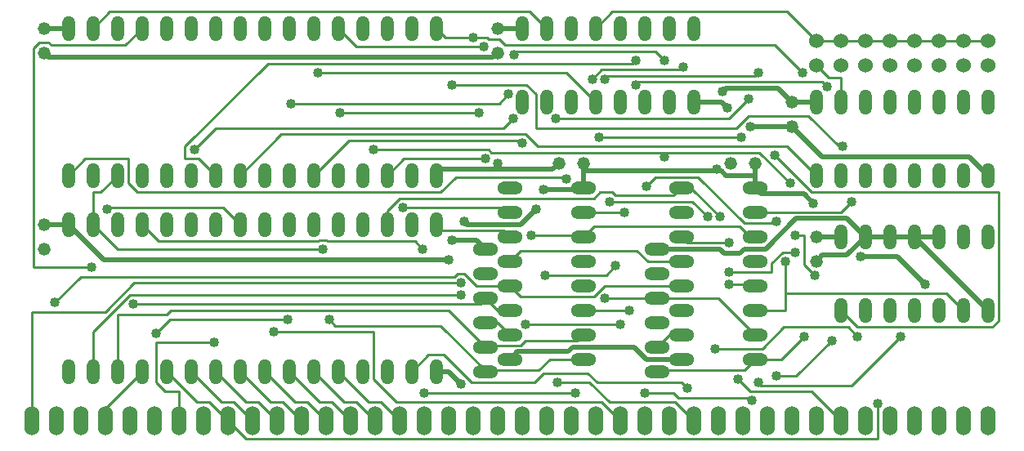
<source format=gbr>
G04 #@! TF.GenerationSoftware,KiCad,Pcbnew,5.1.2*
G04 #@! TF.CreationDate,2020-10-23T15:14:38+02:00*
G04 #@! TF.ProjectId,2fe143d13a9057f7874dd1e763167673,32666531-3433-4643-9133-613930353766,rev?*
G04 #@! TF.SameCoordinates,Original*
G04 #@! TF.FileFunction,Copper,L1,Top*
G04 #@! TF.FilePolarity,Positive*
%FSLAX46Y46*%
G04 Gerber Fmt 4.6, Leading zero omitted, Abs format (unit mm)*
G04 Created by KiCad (PCBNEW 5.1.2) date 2020-10-23 15:14:38*
%MOMM*%
%LPD*%
G04 APERTURE LIST*
%ADD10O,1.524000X3.048000*%
%ADD11C,1.320800*%
%ADD12O,1.320800X2.641600*%
%ADD13O,2.641600X1.320800*%
%ADD14C,1.524000*%
%ADD15C,1.016000*%
%ADD16C,0.508000*%
%ADD17C,0.254000*%
G04 APERTURE END LIST*
D10*
X149301100Y-125318600D03*
X151841100Y-125318600D03*
X154381100Y-125318600D03*
X156921100Y-125318600D03*
X159461100Y-125318600D03*
X162001100Y-125318600D03*
X164541100Y-125318600D03*
X167081100Y-125318600D03*
X169621100Y-125318600D03*
X172161100Y-125318600D03*
X174701100Y-125318600D03*
X177241100Y-125318600D03*
X179781100Y-125318600D03*
X182321100Y-125318600D03*
X184861100Y-125318600D03*
X187401100Y-125318600D03*
X189941100Y-125318600D03*
X192481100Y-125318600D03*
X195021100Y-125318600D03*
X197561100Y-125318600D03*
X103581100Y-125318600D03*
X98501100Y-125318600D03*
X101041100Y-125318600D03*
X106121100Y-125318600D03*
X108661100Y-125318600D03*
X111201100Y-125318600D03*
X113741100Y-125318600D03*
X116281100Y-125318600D03*
X118821100Y-125318600D03*
X121361100Y-125318600D03*
X123901100Y-125318600D03*
X126441100Y-125318600D03*
X128981100Y-125318600D03*
X131521100Y-125318600D03*
X134061100Y-125318600D03*
X136601100Y-125318600D03*
X139141100Y-125318600D03*
X141681100Y-125318600D03*
X144221100Y-125318600D03*
X146761100Y-125318600D03*
D11*
X99771100Y-87218600D03*
X99771100Y-84678600D03*
X99771100Y-107538600D03*
X99771100Y-104998600D03*
X146761100Y-87218600D03*
X146761100Y-84678600D03*
X153111100Y-98648600D03*
X155651100Y-98648600D03*
X170891100Y-98648600D03*
X173431100Y-98648600D03*
D12*
X102311100Y-104998600D03*
X104851100Y-104998600D03*
X107391100Y-104998600D03*
X109931100Y-104998600D03*
X112471100Y-104998600D03*
X115011100Y-104998600D03*
X117551100Y-104998600D03*
X120091100Y-104998600D03*
X122631100Y-104998600D03*
X125171100Y-104998600D03*
X127711100Y-104998600D03*
X130251100Y-104998600D03*
X132791100Y-104998600D03*
X135331100Y-104998600D03*
X137871100Y-104998600D03*
X140411100Y-104998600D03*
X140411100Y-120238600D03*
X137871100Y-120238600D03*
X135331100Y-120238600D03*
X132791100Y-120238600D03*
X130251100Y-120238600D03*
X127711100Y-120238600D03*
X125171100Y-120238600D03*
X122631100Y-120238600D03*
X112471100Y-120238600D03*
X115011100Y-120238600D03*
X109931100Y-120238600D03*
X107391100Y-120238600D03*
X120091100Y-120238600D03*
X117551100Y-120238600D03*
X104851100Y-120238600D03*
X102311100Y-120238600D03*
X102311100Y-84678600D03*
X104851100Y-84678600D03*
X107391100Y-84678600D03*
X109931100Y-84678600D03*
X112471100Y-84678600D03*
X115011100Y-84678600D03*
X117551100Y-84678600D03*
X120091100Y-84678600D03*
X122631100Y-84678600D03*
X125171100Y-84678600D03*
X127711100Y-84678600D03*
X130251100Y-84678600D03*
X132791100Y-84678600D03*
X135331100Y-84678600D03*
X137871100Y-84678600D03*
X140411100Y-84678600D03*
X140411100Y-99918600D03*
X137871100Y-99918600D03*
X135331100Y-99918600D03*
X132791100Y-99918600D03*
X130251100Y-99918600D03*
X127711100Y-99918600D03*
X125171100Y-99918600D03*
X122631100Y-99918600D03*
X112471100Y-99918600D03*
X115011100Y-99918600D03*
X109931100Y-99918600D03*
X107391100Y-99918600D03*
X120091100Y-99918600D03*
X117551100Y-99918600D03*
X104851100Y-99918600D03*
X102311100Y-99918600D03*
D13*
X155651100Y-101188600D03*
X155651100Y-103728600D03*
X155651100Y-106268600D03*
X155651100Y-108808600D03*
X155651100Y-111348600D03*
X155651100Y-113888600D03*
X155651100Y-116428600D03*
X155651100Y-118968600D03*
X148031100Y-111348600D03*
X148031100Y-113888600D03*
X148031100Y-108808600D03*
X148031100Y-106268600D03*
X148031100Y-118968600D03*
X148031100Y-116428600D03*
X148031100Y-103728600D03*
X148031100Y-101188600D03*
X173431100Y-101188600D03*
X173431100Y-103728600D03*
X173431100Y-106268600D03*
X173431100Y-108808600D03*
X173431100Y-111348600D03*
X173431100Y-113888600D03*
X173431100Y-116428600D03*
X173431100Y-118968600D03*
X165811100Y-111348600D03*
X165811100Y-113888600D03*
X165811100Y-108808600D03*
X165811100Y-106268600D03*
X165811100Y-118968600D03*
X165811100Y-116428600D03*
X165811100Y-103728600D03*
X165811100Y-101188600D03*
D12*
X149301100Y-84678600D03*
X151841100Y-84678600D03*
X154381100Y-84678600D03*
X156921100Y-84678600D03*
X159461100Y-84678600D03*
X162001100Y-84678600D03*
X164541100Y-84678600D03*
X167081100Y-84678600D03*
X159461100Y-92298600D03*
X162001100Y-92298600D03*
X156921100Y-92298600D03*
X154381100Y-92298600D03*
X167081100Y-92298600D03*
X164541100Y-92298600D03*
X151841100Y-92298600D03*
X149301100Y-92298600D03*
X179781100Y-92298600D03*
X182321100Y-92298600D03*
X184861100Y-92298600D03*
X187401100Y-92298600D03*
X189941100Y-92298600D03*
X192481100Y-92298600D03*
X195021100Y-92298600D03*
X197561100Y-92298600D03*
X189941100Y-99918600D03*
X192481100Y-99918600D03*
X187401100Y-99918600D03*
X184861100Y-99918600D03*
X197561100Y-99918600D03*
X195021100Y-99918600D03*
X182321100Y-99918600D03*
X179781100Y-99918600D03*
X182321100Y-106268600D03*
X184861100Y-106268600D03*
X187401100Y-106268600D03*
X189941100Y-106268600D03*
X192481100Y-106268600D03*
X195021100Y-106268600D03*
X192481100Y-113888600D03*
X195021100Y-113888600D03*
X189941100Y-113888600D03*
X187401100Y-113888600D03*
X197561100Y-106268600D03*
X197561100Y-113888600D03*
X184861100Y-113888600D03*
X182321100Y-113888600D03*
D14*
X179781100Y-88488600D03*
X182321100Y-88488600D03*
X179781100Y-85948600D03*
X182321100Y-85948600D03*
X184861100Y-88488600D03*
X187401100Y-88488600D03*
X189941100Y-88488600D03*
X192481100Y-88488600D03*
X195021100Y-88488600D03*
X197561100Y-88488600D03*
X184861100Y-85948600D03*
X187401100Y-85948600D03*
X189941100Y-85948600D03*
X192481100Y-85948600D03*
X195021100Y-85948600D03*
X197561100Y-85948600D03*
D11*
X177241100Y-94838600D03*
X177241100Y-92298600D03*
D13*
X163271100Y-120238600D03*
X163271100Y-117698600D03*
X163271100Y-115158600D03*
X163271100Y-112618600D03*
X163271100Y-110078600D03*
X163271100Y-107538600D03*
X145491100Y-120238600D03*
X145491100Y-117698600D03*
X145491100Y-115158600D03*
X145491100Y-112618600D03*
X145491100Y-110078600D03*
X145491100Y-107538600D03*
D11*
X179781100Y-108808600D03*
X179781100Y-106268600D03*
D15*
X170573600Y-92933600D03*
X172954850Y-94838600D03*
X141998600Y-106586100D03*
X146761100Y-98648600D03*
X142951100Y-121508600D03*
X142951100Y-111031100D03*
X100882350Y-113094850D03*
X106279850Y-103411100D03*
X111359850Y-116269850D03*
X125012350Y-114841100D03*
X117392350Y-117222350D03*
X186131100Y-123572350D03*
X172796100Y-91981100D03*
X152793600Y-94044850D03*
X148348600Y-94044850D03*
X115328600Y-97219850D03*
X180892350Y-90711100D03*
X161048600Y-90552350D03*
X161048600Y-88012350D03*
X147872350Y-91504850D03*
X125329850Y-92457350D03*
X149301100Y-96584850D03*
X172002350Y-95949850D03*
X157238600Y-95949850D03*
X150253600Y-106109850D03*
X144856100Y-93409850D03*
X130409850Y-93409850D03*
X191052350Y-111189850D03*
X184384850Y-108332350D03*
X170097350Y-91187350D03*
X169462350Y-99283600D03*
X179463600Y-102776100D03*
X141681100Y-108649850D03*
X151523600Y-101347350D03*
X150729850Y-103411100D03*
X143268600Y-104681100D03*
X123583600Y-116111100D03*
X154857350Y-122461100D03*
X139141100Y-122461100D03*
X138982350Y-107538600D03*
X188512350Y-116587350D03*
X173748600Y-121349850D03*
X159937350Y-103728600D03*
X184067350Y-116587350D03*
X169303600Y-117857350D03*
X149618600Y-115317350D03*
X159461100Y-115317350D03*
X145491100Y-98172350D03*
X152952350Y-121349850D03*
X136918600Y-103252350D03*
X166446100Y-121984850D03*
X144221100Y-85631100D03*
X178352350Y-89282350D03*
X141998600Y-90552350D03*
X182479850Y-96902350D03*
X183432350Y-102617350D03*
X177558600Y-107856100D03*
X170732350Y-109919850D03*
X169779850Y-104204850D03*
X164064850Y-98013600D03*
X133902350Y-97219850D03*
X179622350Y-110237350D03*
X177558600Y-106109850D03*
X177082350Y-100712350D03*
X170732350Y-106903600D03*
X171684850Y-121032350D03*
X145332350Y-86583600D03*
X148507350Y-87377350D03*
X164064850Y-88012350D03*
X104692350Y-109443600D03*
X128663600Y-107538600D03*
X129298600Y-114841100D03*
X142951100Y-112301100D03*
X108978600Y-113253600D03*
X157873600Y-112618600D03*
X153904850Y-100236100D03*
X128187350Y-89282350D03*
X170732350Y-111189850D03*
X168509850Y-104204850D03*
X158349850Y-102617350D03*
X157873600Y-89917350D03*
X173748600Y-89282350D03*
X178511100Y-116587350D03*
X156603600Y-89917350D03*
X165969850Y-88647350D03*
X181368600Y-117063600D03*
X175653600Y-120714850D03*
X173113600Y-123254850D03*
X162001100Y-122461100D03*
X160413600Y-113888600D03*
X162159850Y-101029850D03*
X175653600Y-104681100D03*
X176606100Y-108808600D03*
X175494850Y-97854850D03*
X158984850Y-109284850D03*
X151682350Y-110237350D03*
D16*
X148824850Y-118174850D02*
X148031100Y-118968600D01*
X154063600Y-118174850D02*
X148824850Y-118174850D01*
X154539850Y-117698600D02*
X154063600Y-118174850D01*
X160889850Y-117698600D02*
X154539850Y-117698600D01*
X162159850Y-118968600D02*
X160889850Y-117698600D01*
X165811100Y-118968600D02*
X162159850Y-118968600D01*
X169938600Y-92298600D02*
X170573600Y-92933600D01*
X167081100Y-92298600D02*
X169938600Y-92298600D01*
X180416100Y-108173600D02*
X179781100Y-108808600D01*
X182956100Y-108173600D02*
X180416100Y-108173600D01*
X184861100Y-106268600D02*
X182956100Y-108173600D01*
X184861100Y-106268600D02*
X187401100Y-106268600D01*
X187401100Y-106268600D02*
X189941100Y-106268600D01*
X189941100Y-106268600D02*
X192481100Y-106268600D01*
X189941100Y-106268600D02*
X197561100Y-113888600D01*
X180416100Y-98013600D02*
X177241100Y-94838600D01*
X195656100Y-98013600D02*
X180416100Y-98013600D01*
X197561100Y-99918600D02*
X195656100Y-98013600D01*
X177241100Y-94838600D02*
X172954850Y-94838600D01*
X169779850Y-107538600D02*
X163271100Y-107538600D01*
X170256100Y-108014850D02*
X169779850Y-107538600D01*
X171843600Y-108014850D02*
X170256100Y-108014850D01*
X172319850Y-107538600D02*
X171843600Y-108014850D01*
X174542350Y-107538600D02*
X172319850Y-107538600D01*
X177717350Y-104363600D02*
X174542350Y-107538600D01*
X182956100Y-104363600D02*
X177717350Y-104363600D01*
X184861100Y-106268600D02*
X182956100Y-104363600D01*
X141046100Y-99283600D02*
X140411100Y-99918600D01*
X152476100Y-99283600D02*
X146761100Y-99283600D01*
X146761100Y-99283600D02*
X141046100Y-99283600D01*
X153111100Y-98648600D02*
X152476100Y-99283600D01*
X144538600Y-106586100D02*
X145491100Y-107538600D01*
X141998600Y-106586100D02*
X144538600Y-106586100D01*
X146761100Y-99283600D02*
X146761100Y-98648600D01*
X100247350Y-87694850D02*
X99771100Y-87218600D01*
X146284850Y-87694850D02*
X100247350Y-87694850D01*
X146761100Y-87218600D02*
X146284850Y-87694850D01*
X141681100Y-120238600D02*
X142951100Y-121508600D01*
X140411100Y-120238600D02*
X141681100Y-120238600D01*
D17*
X149142350Y-107697350D02*
X148031100Y-108808600D01*
X161207350Y-107697350D02*
X149142350Y-107697350D01*
X162318600Y-108808600D02*
X161207350Y-107697350D01*
X165811100Y-108808600D02*
X162318600Y-108808600D01*
X98501100Y-114047350D02*
X98501100Y-125318600D01*
X106121100Y-114047350D02*
X98501100Y-114047350D01*
X109137350Y-111031100D02*
X106121100Y-114047350D01*
X142951100Y-111031100D02*
X109137350Y-111031100D01*
X149142350Y-112459850D02*
X148031100Y-111348600D01*
X156762350Y-112459850D02*
X149142350Y-112459850D01*
X157873600Y-111348600D02*
X156762350Y-112459850D01*
X165811100Y-111348600D02*
X157873600Y-111348600D01*
X103581100Y-110396100D02*
X100882350Y-113094850D01*
X142316100Y-110396100D02*
X103581100Y-110396100D01*
X142633600Y-110078600D02*
X142316100Y-110396100D01*
X143268600Y-110078600D02*
X142633600Y-110078600D01*
X144538600Y-111348600D02*
X143268600Y-110078600D01*
X148031100Y-111348600D02*
X144538600Y-111348600D01*
X106121100Y-124048600D02*
X109931100Y-120238600D01*
X106121100Y-125318600D02*
X106121100Y-124048600D01*
X106438600Y-103252350D02*
X106279850Y-103411100D01*
X118344850Y-103252350D02*
X106438600Y-103252350D01*
X120091100Y-104998600D02*
X118344850Y-103252350D01*
X112788600Y-114841100D02*
X111359850Y-116269850D01*
X125012350Y-114841100D02*
X112788600Y-114841100D01*
X113741100Y-122302350D02*
X113741100Y-125318600D01*
X112312350Y-122302350D02*
X113741100Y-122302350D01*
X111359850Y-121349850D02*
X112312350Y-122302350D01*
X111359850Y-117222350D02*
X111359850Y-121349850D01*
X117392350Y-117222350D02*
X111359850Y-117222350D01*
X115646100Y-123413600D02*
X112471100Y-120238600D01*
X116916100Y-123413600D02*
X115646100Y-123413600D01*
X118821100Y-125318600D02*
X116916100Y-123413600D01*
X186131100Y-127223600D02*
X186131100Y-123572350D01*
X120726100Y-127223600D02*
X186131100Y-127223600D01*
X118821100Y-125318600D02*
X120726100Y-127223600D01*
X118186100Y-123413600D02*
X115011100Y-120238600D01*
X119456100Y-123413600D02*
X118186100Y-123413600D01*
X121361100Y-125318600D02*
X119456100Y-123413600D01*
X170732350Y-94044850D02*
X172796100Y-91981100D01*
X152793600Y-94044850D02*
X170732350Y-94044850D01*
X147396100Y-94997350D02*
X148348600Y-94044850D01*
X117551100Y-94997350D02*
X147396100Y-94997350D01*
X115328600Y-97219850D02*
X117551100Y-94997350D01*
X120726100Y-123413600D02*
X117551100Y-120238600D01*
X121996100Y-123413600D02*
X120726100Y-123413600D01*
X123901100Y-125318600D02*
X121996100Y-123413600D01*
X180416100Y-90234850D02*
X180892350Y-90711100D01*
X161366100Y-90234850D02*
X180416100Y-90234850D01*
X161048600Y-90552350D02*
X161366100Y-90234850D01*
X160731100Y-88329850D02*
X161048600Y-88012350D01*
X122948600Y-88329850D02*
X160731100Y-88329850D01*
X114376100Y-96902350D02*
X122948600Y-88329850D01*
X114376100Y-98172350D02*
X114376100Y-96902350D01*
X115804850Y-98172350D02*
X114376100Y-98172350D01*
X117551100Y-99918600D02*
X115804850Y-98172350D01*
X123266100Y-123413600D02*
X120091100Y-120238600D01*
X124536100Y-123413600D02*
X123266100Y-123413600D01*
X126441100Y-125318600D02*
X124536100Y-123413600D01*
X176764850Y-96902350D02*
X179781100Y-99918600D01*
X150888600Y-96902350D02*
X176764850Y-96902350D01*
X149618600Y-95632350D02*
X150888600Y-96902350D01*
X124377350Y-95632350D02*
X149618600Y-95632350D01*
X120091100Y-99918600D02*
X124377350Y-95632350D01*
X125806100Y-123413600D02*
X122631100Y-120238600D01*
X127076100Y-123413600D02*
X125806100Y-123413600D01*
X128981100Y-125318600D02*
X127076100Y-123413600D01*
X128346100Y-123413600D02*
X125171100Y-120238600D01*
X129616100Y-123413600D02*
X128346100Y-123413600D01*
X131521100Y-125318600D02*
X129616100Y-123413600D01*
X146919850Y-92457350D02*
X147872350Y-91504850D01*
X125329850Y-92457350D02*
X146919850Y-92457350D01*
X130886100Y-123413600D02*
X127711100Y-120238600D01*
X132156100Y-123413600D02*
X130886100Y-123413600D01*
X134061100Y-125318600D02*
X132156100Y-123413600D01*
X148983600Y-96267350D02*
X149301100Y-96584850D01*
X131362350Y-96267350D02*
X148983600Y-96267350D01*
X127711100Y-99918600D02*
X131362350Y-96267350D01*
X157238600Y-95949850D02*
X172002350Y-95949850D01*
X156762350Y-105157350D02*
X155651100Y-106268600D01*
X171843600Y-105157350D02*
X156762350Y-105157350D01*
X172954850Y-106268600D02*
X171843600Y-105157350D01*
X173431100Y-106268600D02*
X172954850Y-106268600D01*
X133426100Y-123413600D02*
X130251100Y-120238600D01*
X134696100Y-123413600D02*
X133426100Y-123413600D01*
X136601100Y-125318600D02*
X134696100Y-123413600D01*
X150253600Y-106109850D02*
X155651100Y-106109850D01*
X130409850Y-93409850D02*
X144856100Y-93409850D01*
X155651100Y-106109850D02*
X155651100Y-106268600D01*
D16*
X182321100Y-106268600D02*
X179781100Y-106268600D01*
X188194850Y-108332350D02*
X191052350Y-111189850D01*
X184384850Y-108332350D02*
X188194850Y-108332350D01*
X179781100Y-92298600D02*
X177241100Y-92298600D01*
X155651100Y-98648600D02*
X155651100Y-99442350D01*
X155651100Y-99442350D02*
X155651100Y-101188600D01*
X173431100Y-98648600D02*
X173431100Y-99918600D01*
X173431100Y-99918600D02*
X173431100Y-101188600D01*
X169938600Y-99442350D02*
X169462350Y-99442350D01*
X169462350Y-99442350D02*
X155651100Y-99442350D01*
X170414850Y-99918600D02*
X169938600Y-99442350D01*
X173431100Y-99918600D02*
X170414850Y-99918600D01*
X175812350Y-90869850D02*
X177241100Y-92298600D01*
X170414850Y-90869850D02*
X175812350Y-90869850D01*
X170097350Y-91187350D02*
X170414850Y-90869850D01*
X169462350Y-99283600D02*
X169462350Y-99442350D01*
X178511100Y-101823600D02*
X179463600Y-102776100D01*
X174066100Y-101823600D02*
X178511100Y-101823600D01*
X173431100Y-101188600D02*
X174066100Y-101823600D01*
X102311100Y-104998600D02*
X99771100Y-104998600D01*
X102311100Y-84678600D02*
X99771100Y-84678600D01*
X149301100Y-84678600D02*
X146761100Y-84678600D01*
X105962350Y-108649850D02*
X102311100Y-104998600D01*
X141681100Y-108649850D02*
X105962350Y-108649850D01*
X151523600Y-101347350D02*
X155492350Y-101347350D01*
X149142350Y-104998600D02*
X150729850Y-103411100D01*
X143586100Y-104998600D02*
X149142350Y-104998600D01*
X143268600Y-104681100D02*
X143586100Y-104998600D01*
X155492350Y-101347350D02*
X155651100Y-101188600D01*
D17*
X157556100Y-123413600D02*
X159461100Y-125318600D01*
X136283600Y-123413600D02*
X157556100Y-123413600D01*
X133902350Y-121032350D02*
X136283600Y-123413600D01*
X133902350Y-116111100D02*
X133902350Y-121032350D01*
X123583600Y-116111100D02*
X133902350Y-116111100D01*
X150094850Y-82932350D02*
X151841100Y-84678600D01*
X106597350Y-82932350D02*
X150094850Y-82932350D01*
X104851100Y-84678600D02*
X106597350Y-82932350D01*
X139141100Y-122461100D02*
X154857350Y-122461100D01*
X138188600Y-106744850D02*
X138982350Y-107538600D01*
X129139850Y-106744850D02*
X138188600Y-106744850D01*
X128981100Y-106586100D02*
X129139850Y-106744850D01*
X128346100Y-106586100D02*
X128981100Y-106586100D01*
X128187350Y-106744850D02*
X128346100Y-106586100D01*
X111677350Y-106744850D02*
X128187350Y-106744850D01*
X109931100Y-104998600D02*
X111677350Y-106744850D01*
X183432350Y-121667350D02*
X188512350Y-116587350D01*
X174066100Y-121667350D02*
X183432350Y-121667350D01*
X173748600Y-121349850D02*
X174066100Y-121667350D01*
X159937350Y-103728600D02*
X155651100Y-103728600D01*
X183114850Y-115634850D02*
X184067350Y-116587350D01*
X176447350Y-115634850D02*
X183114850Y-115634850D01*
X174224850Y-117857350D02*
X176447350Y-115634850D01*
X169303600Y-117857350D02*
X174224850Y-117857350D01*
X159461100Y-115317350D02*
X149618600Y-115317350D01*
X137077350Y-98172350D02*
X145491100Y-98172350D01*
X135331100Y-99918600D02*
X137077350Y-98172350D01*
X165176100Y-123413600D02*
X167081100Y-125318600D01*
X158349850Y-123413600D02*
X165176100Y-123413600D01*
X156286100Y-121349850D02*
X158349850Y-123413600D01*
X152952350Y-121349850D02*
X156286100Y-121349850D01*
X147554850Y-103252350D02*
X148031100Y-103728600D01*
X136918600Y-103252350D02*
X147554850Y-103252350D01*
X165811100Y-121349850D02*
X166446100Y-121984850D01*
X157079850Y-121349850D02*
X165811100Y-121349850D01*
X156127350Y-120397350D02*
X157079850Y-121349850D01*
X151523600Y-120397350D02*
X156127350Y-120397350D01*
X150571100Y-121349850D02*
X151523600Y-120397350D01*
X144062350Y-121349850D02*
X150571100Y-121349850D01*
X141204850Y-118492350D02*
X144062350Y-121349850D01*
X139617350Y-118492350D02*
X141204850Y-118492350D01*
X137871100Y-120238600D02*
X139617350Y-118492350D01*
X147396100Y-105633600D02*
X148031100Y-106268600D01*
X141046100Y-105633600D02*
X147396100Y-105633600D01*
X140411100Y-104998600D02*
X141046100Y-105633600D01*
X141363600Y-85631100D02*
X140411100Y-84678600D01*
X144221100Y-85631100D02*
X141363600Y-85631100D01*
X175494850Y-86424850D02*
X178352350Y-89282350D01*
X147554850Y-86424850D02*
X175494850Y-86424850D01*
X146919850Y-85789850D02*
X147554850Y-86424850D01*
X145808600Y-85789850D02*
X146919850Y-85789850D01*
X145649850Y-85631100D02*
X145808600Y-85789850D01*
X144221100Y-85631100D02*
X145649850Y-85631100D01*
X149777350Y-90552350D02*
X141998600Y-90552350D01*
X150729850Y-91504850D02*
X149777350Y-90552350D01*
X150729850Y-94997350D02*
X150729850Y-91504850D01*
X171526100Y-94997350D02*
X150729850Y-94997350D01*
X172796100Y-93727350D02*
X171526100Y-94997350D01*
X178987350Y-93727350D02*
X172796100Y-93727350D01*
X182162350Y-96902350D02*
X178987350Y-93727350D01*
X182479850Y-96902350D02*
X182162350Y-96902350D01*
X182321100Y-103728600D02*
X183432350Y-102617350D01*
X173431100Y-103728600D02*
X182321100Y-103728600D01*
X165017350Y-101982350D02*
X165811100Y-101188600D01*
X158984850Y-101982350D02*
X165017350Y-101982350D01*
X158667350Y-101664850D02*
X158984850Y-101982350D01*
X157397350Y-101664850D02*
X158667350Y-101664850D01*
X156762350Y-102299850D02*
X157397350Y-101664850D01*
X136601100Y-102299850D02*
X156762350Y-102299850D01*
X135331100Y-103569850D02*
X136601100Y-102299850D01*
X135331100Y-104998600D02*
X135331100Y-103569850D01*
X176288600Y-107856100D02*
X177558600Y-107856100D01*
X175177350Y-108967350D02*
X176288600Y-107856100D01*
X175177350Y-109919850D02*
X175177350Y-108967350D01*
X170732350Y-109919850D02*
X175177350Y-109919850D01*
X166922350Y-101347350D02*
X169779850Y-104204850D01*
X165811100Y-101347350D02*
X166922350Y-101347350D01*
X165811100Y-101347350D02*
X165811100Y-101188600D01*
X163588600Y-97537350D02*
X163667975Y-97616725D01*
X163667975Y-97616725D02*
X164064850Y-98013600D01*
X146126100Y-97537350D02*
X163588600Y-97537350D01*
X145808600Y-97219850D02*
X146126100Y-97537350D01*
X133902350Y-97219850D02*
X145808600Y-97219850D01*
X178511100Y-109126100D02*
X179622350Y-110237350D01*
X178511100Y-106109850D02*
X178511100Y-109126100D01*
X177558600Y-106109850D02*
X178511100Y-106109850D01*
X173907350Y-97537350D02*
X177082350Y-100712350D01*
X163747350Y-97537350D02*
X173907350Y-97537350D01*
X163747350Y-97537350D02*
X163667975Y-97616725D01*
X166446100Y-106903600D02*
X165811100Y-106268600D01*
X170732350Y-106903600D02*
X166446100Y-106903600D01*
X172954850Y-122302350D02*
X171684850Y-121032350D01*
X179304850Y-122302350D02*
X172954850Y-122302350D01*
X182321100Y-125318600D02*
X179304850Y-122302350D01*
X132156100Y-86583600D02*
X130251100Y-84678600D01*
X145332350Y-86583600D02*
X132156100Y-86583600D01*
X148824850Y-87059850D02*
X148507350Y-87377350D01*
X163112350Y-87059850D02*
X148824850Y-87059850D01*
X164064850Y-88012350D02*
X163112350Y-87059850D01*
X107391100Y-114364850D02*
X107391100Y-120238600D01*
X112471100Y-114364850D02*
X107391100Y-114364850D01*
X112947350Y-113888600D02*
X112471100Y-114364850D01*
X141681100Y-113888600D02*
X112947350Y-113888600D01*
X145491100Y-117698600D02*
X141681100Y-113888600D01*
X155016100Y-117063600D02*
X155651100Y-116428600D01*
X149618600Y-117063600D02*
X155016100Y-117063600D01*
X149142350Y-117539850D02*
X149618600Y-117063600D01*
X145491100Y-117539850D02*
X149142350Y-117539850D01*
X145491100Y-117539850D02*
X145491100Y-117698600D01*
X108184850Y-86424850D02*
X109931100Y-84678600D01*
X100564850Y-86424850D02*
X108184850Y-86424850D01*
X100247350Y-86107350D02*
X100564850Y-86424850D01*
X99294850Y-86107350D02*
X100247350Y-86107350D01*
X98659850Y-86742350D02*
X99294850Y-86107350D01*
X98659850Y-109443600D02*
X98659850Y-86742350D01*
X104692350Y-109443600D02*
X98659850Y-109443600D01*
X104851100Y-101664850D02*
X104851100Y-104998600D01*
X105644850Y-101664850D02*
X104851100Y-101664850D01*
X107391100Y-99918600D02*
X105644850Y-101664850D01*
X145649850Y-120079850D02*
X145491100Y-120238600D01*
X151047350Y-120079850D02*
X145649850Y-120079850D01*
X152158600Y-118968600D02*
X151047350Y-120079850D01*
X155651100Y-118968600D02*
X152158600Y-118968600D01*
X107391100Y-107538600D02*
X104851100Y-104998600D01*
X128663600Y-107538600D02*
X107391100Y-107538600D01*
X129933600Y-115476100D02*
X129298600Y-114841100D01*
X140887350Y-115476100D02*
X129933600Y-115476100D01*
X145491100Y-120079850D02*
X140887350Y-115476100D01*
X145491100Y-120079850D02*
X145491100Y-120238600D01*
X146761100Y-115158600D02*
X148031100Y-116428600D01*
X145491100Y-115158600D02*
X146761100Y-115158600D01*
X108661100Y-112301100D02*
X142951100Y-112301100D01*
X104851100Y-116111100D02*
X108661100Y-112301100D01*
X104851100Y-120238600D02*
X104851100Y-116111100D01*
X146761100Y-113888600D02*
X145491100Y-112618600D01*
X148031100Y-113888600D02*
X146761100Y-113888600D01*
X145014850Y-113253600D02*
X145491100Y-112777350D01*
X108978600Y-113253600D02*
X145014850Y-113253600D01*
X145491100Y-112777350D02*
X145491100Y-112618600D01*
X169621100Y-112618600D02*
X173431100Y-116428600D01*
X163271100Y-112618600D02*
X169621100Y-112618600D01*
X157873600Y-112618600D02*
X163271100Y-112618600D01*
X153746100Y-100077350D02*
X153904850Y-100236100D01*
X142474850Y-100077350D02*
X153746100Y-100077350D01*
X140887350Y-101664850D02*
X142474850Y-100077350D01*
X109454850Y-101664850D02*
X140887350Y-101664850D01*
X108502350Y-100712350D02*
X109454850Y-101664850D01*
X108502350Y-98172350D02*
X108502350Y-100712350D01*
X104057350Y-98172350D02*
X108502350Y-98172350D01*
X102311100Y-99918600D02*
X104057350Y-98172350D01*
X153904850Y-89282350D02*
X156921100Y-92298600D01*
X128187350Y-89282350D02*
X153904850Y-89282350D01*
X173272350Y-111189850D02*
X173431100Y-111348600D01*
X170732350Y-111189850D02*
X173272350Y-111189850D01*
X166922350Y-102617350D02*
X168509850Y-104204850D01*
X158349850Y-102617350D02*
X166922350Y-102617350D01*
X163429850Y-120079850D02*
X163271100Y-120238600D01*
X172319850Y-120079850D02*
X163429850Y-120079850D01*
X173431100Y-118968600D02*
X172319850Y-120079850D01*
X158191100Y-89599850D02*
X157873600Y-89917350D01*
X173431100Y-89599850D02*
X158191100Y-89599850D01*
X173748600Y-89282350D02*
X173431100Y-89599850D01*
X176129850Y-118968600D02*
X178511100Y-116587350D01*
X173431100Y-118968600D02*
X176129850Y-118968600D01*
X164541100Y-116428600D02*
X163271100Y-117698600D01*
X165811100Y-116428600D02*
X164541100Y-116428600D01*
X157556100Y-88964850D02*
X156603600Y-89917350D01*
X165652350Y-88964850D02*
X157556100Y-88964850D01*
X165969850Y-88647350D02*
X165652350Y-88964850D01*
X182321100Y-89758600D02*
X182321100Y-92298600D01*
X181051100Y-89758600D02*
X182321100Y-89758600D01*
X179781100Y-88488600D02*
X181051100Y-89758600D01*
X158667350Y-82932350D02*
X156921100Y-84678600D01*
X176764850Y-82932350D02*
X158667350Y-82932350D01*
X179781100Y-85948600D02*
X176764850Y-82932350D01*
X179781100Y-85948600D02*
X182321100Y-85948600D01*
X182321100Y-85948600D02*
X184861100Y-85948600D01*
X184861100Y-85948600D02*
X187401100Y-85948600D01*
X187401100Y-85948600D02*
X189941100Y-85948600D01*
X189941100Y-85948600D02*
X192481100Y-85948600D01*
X192481100Y-85948600D02*
X195021100Y-85948600D01*
X195021100Y-85948600D02*
X197561100Y-85948600D01*
X177717350Y-120714850D02*
X181368600Y-117063600D01*
X175653600Y-120714850D02*
X177717350Y-120714850D01*
X172796100Y-122937350D02*
X173113600Y-123254850D01*
X165493600Y-122937350D02*
X172796100Y-122937350D01*
X165017350Y-122461100D02*
X165493600Y-122937350D01*
X162001100Y-122461100D02*
X165017350Y-122461100D01*
X160413600Y-113888600D02*
X155651100Y-113888600D01*
X163112350Y-100077350D02*
X162159850Y-101029850D01*
X167557350Y-100077350D02*
X163112350Y-100077350D01*
X172319850Y-104839850D02*
X167557350Y-100077350D01*
X175494850Y-104839850D02*
X172319850Y-104839850D01*
X175653600Y-104681100D02*
X175494850Y-104839850D01*
X176606100Y-113888600D02*
X176606100Y-112142350D01*
X176606100Y-112142350D02*
X176606100Y-108808600D01*
X173431100Y-113888600D02*
X176606100Y-113888600D01*
X193274850Y-112142350D02*
X195021100Y-113888600D01*
X176606100Y-112142350D02*
X193274850Y-112142350D01*
X184067350Y-115634850D02*
X182321100Y-113888600D01*
X198037350Y-115634850D02*
X184067350Y-115634850D01*
X198672350Y-114999850D02*
X198037350Y-115634850D01*
X198672350Y-101664850D02*
X198672350Y-114999850D01*
X179304850Y-101664850D02*
X198672350Y-101664850D01*
X175494850Y-97854850D02*
X179304850Y-101664850D01*
X158032350Y-110237350D02*
X158984850Y-109284850D01*
X151682350Y-110237350D02*
X158032350Y-110237350D01*
M02*

</source>
